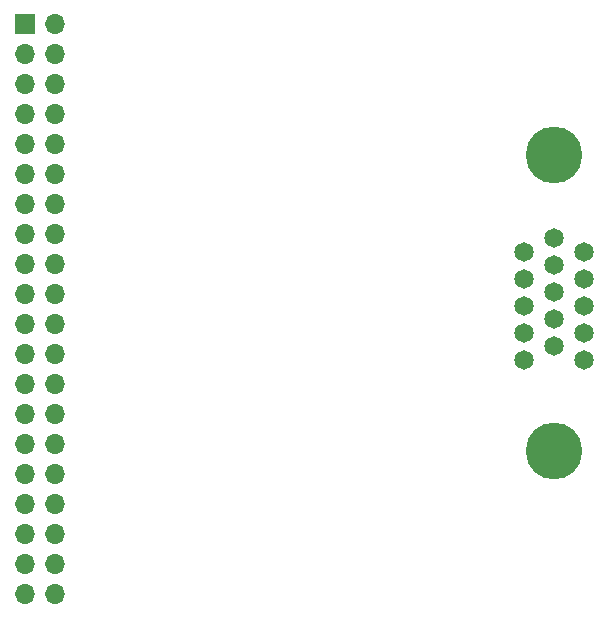
<source format=gbr>
%TF.GenerationSoftware,KiCad,Pcbnew,7.0.7*%
%TF.CreationDate,2023-11-25T23:50:18-06:00*%
%TF.ProjectId,DAC2DE0,44414332-4445-4302-9e6b-696361645f70,rev?*%
%TF.SameCoordinates,Original*%
%TF.FileFunction,Soldermask,Bot*%
%TF.FilePolarity,Negative*%
%FSLAX46Y46*%
G04 Gerber Fmt 4.6, Leading zero omitted, Abs format (unit mm)*
G04 Created by KiCad (PCBNEW 7.0.7) date 2023-11-25 23:50:18*
%MOMM*%
%LPD*%
G01*
G04 APERTURE LIST*
%ADD10R,1.700000X1.700000*%
%ADD11O,1.700000X1.700000*%
%ADD12C,4.800000*%
%ADD13C,1.650000*%
G04 APERTURE END LIST*
D10*
%TO.C,J3*%
X163474400Y-74117200D03*
D11*
X166014400Y-74117200D03*
X163474400Y-76657200D03*
X166014400Y-76657200D03*
X163474400Y-79197200D03*
X166014400Y-79197200D03*
X163474400Y-81737200D03*
X166014400Y-81737200D03*
X163474400Y-84277200D03*
X166014400Y-84277200D03*
X163474400Y-86817200D03*
X166014400Y-86817200D03*
X163474400Y-89357200D03*
X166014400Y-89357200D03*
X163474400Y-91897200D03*
X166014400Y-91897200D03*
X163474400Y-94437200D03*
X166014400Y-94437200D03*
X163474400Y-96977200D03*
X166014400Y-96977200D03*
X163474400Y-99517200D03*
X166014400Y-99517200D03*
X163474400Y-102057200D03*
X166014400Y-102057200D03*
X163474400Y-104597200D03*
X166014400Y-104597200D03*
X163474400Y-107137200D03*
X166014400Y-107137200D03*
X163474400Y-109677200D03*
X166014400Y-109677200D03*
X163474400Y-112217200D03*
X166014400Y-112217200D03*
X163474400Y-114757200D03*
X166014400Y-114757200D03*
X163474400Y-117297200D03*
X166014400Y-117297200D03*
X163474400Y-119837200D03*
X166014400Y-119837200D03*
X163474400Y-122377200D03*
X166014400Y-122377200D03*
%TD*%
D12*
%TO.C,J1*%
X208280000Y-110214800D03*
X208280000Y-85224800D03*
D13*
X210820000Y-102549800D03*
X210820000Y-100259800D03*
X210820000Y-97969800D03*
X210820000Y-95679800D03*
X210820000Y-93389800D03*
X208280000Y-101404800D03*
X208280000Y-99114800D03*
X208280000Y-96824800D03*
X208280000Y-94534800D03*
X208280000Y-92244800D03*
X205740000Y-102549800D03*
X205740000Y-100259800D03*
X205740000Y-97969800D03*
X205740000Y-95679800D03*
X205740000Y-93389800D03*
%TD*%
M02*

</source>
